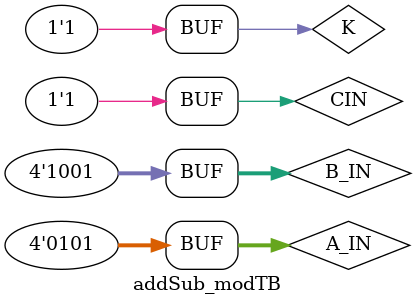
<source format=v>

module addSub_modTB;

reg [3:0]A_IN, B_IN;
reg K, CIN;

wire [3:0]OUT, COUT;

addSub_mod dut(
				.a_in(A_IN),
				.b_in(B_IN),
				.cin(CIN),
				.k(K),
				.out(OUT),
				.cout(COUT)
				);

initial
	begin
		
		// Initializing I/Ps
			 K = 1'bx; A_IN = 0; B_IN = 0; CIN = 0;
		
		// Addition
		#100 K = 1'b0; A_IN = 4'b0001; B_IN = 4'b0010; CIN = 0;
		#100 K = 1'b0; A_IN = 4'b0011; B_IN = 4'b0101; CIN = 0;		
		#100 K = 1'b0; A_IN = 4'b0101; B_IN = 4'b1001; CIN = 0;

		// Subtraction
		#100 K = 1'b1; A_IN = 4'b0001; B_IN = 4'b0010; CIN = 1;
		#100 K = 1'b1; A_IN = 4'b0011; B_IN = 4'b0101; CIN = 1;		
		#100 K = 1'b1; A_IN = 4'b0101; B_IN = 4'b1001; CIN = 1;
		
	end
		
endmodule

</source>
